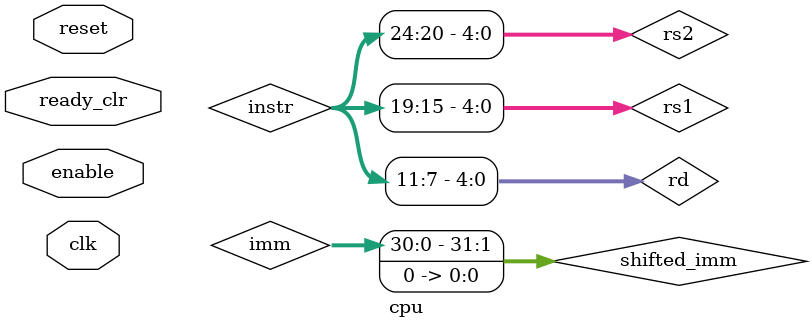
<source format=v>
module cpu
// IO ports
(
    input wire clk, reset,enable,ready_clr
);



// internal signal declaration
wire [31:0] pc_in, pc_out;
wire [31:0] instr;
wire pc_src, zero, branch;
assign pc_src = branch & zero;

wire [31:0] imm, shifted_imm;
wire [1:0] imm_sel;
assign shifted_imm = imm << 1;

wire [31:0] reg_read_data_1, reg_read_data_2, reg_write_data; 
wire [4:0] rs1, rs2, rd;
wire reg_write_en;
assign rs1 = instr[19:15];
assign rs2 = instr[24:20];
assign rd = instr[11:7];

wire AluSrc;
wire [3:0] ALUControl;
wire [31:0] ALUResult, ALUop2;
wire [1:0] ALUop;

wire MemtoReg, MemRead, MemWrite;
wire [31:0] MemData;

//body
// IF stage
assign pc_in = pc_src ? (pc_out + shifted_imm) : (pc_out + 4);
pc program_counter (.clk(clk), .reset(reset), .pc_in(pc_in), .pc_out(pc_out));
instr_mem rom (.pc(pc_out), .reset(reset), .instr(instr));

// ID stage
control_unit main_control_unit (.opcode(instr[6:0]), .ImmSel(imm_sel), .aluOP(ALUop),
                                .reg_write_en(reg_write_en), .aluSrc(AluSrc), 
                                .MemtoReg(MemtoReg), .MemRead(MemRead),
                                .MemWrite(MemWrite), .branch(branch));
register_file reg_file (.clk(clk), .reset(reset), .reg_read_addr_1(rs1),
                        .reg_read_data_1(reg_read_data_1), .reg_read_addr_2(rs2),
                        .reg_read_data_2(reg_read_data_2), .reg_write_addr(rd),
                        .reg_write_en(reg_write_en), .reg_write_data(reg_write_data));
imm_gen imm_gen (.instr(instr), .imm_sel(imm_sel), .imm(imm));

// EX stage
assign ALUop2 = AluSrc ? imm : reg_read_data_2;
alu_control alu_control_unit (.aluOP(ALUop), .funct3(instr[14:12]), .funct7(instr[30]),
                              .aluControl(ALUControl));
alu alu (.a(reg_read_data_1), .b(ALUop2), .alu_control(ALUControl), 
         .alu_result(ALUResult), .zero_flag(zero));

// MEM stage
data_memory ram (.clk(clk), .reset(reset), .addr(ALUResult), .write_data(reg_read_data_2),
                 .MemRead(MemRead), .MemWrite(MemWrite), .read_data(MemData));
// WB stage
assign reg_write_data = MemtoReg ? MemData : ALUResult;
//MemoryMappedIO
memorymapped mm(.memWrite(MemWrite),.clk(clk),.address(ALUResult),.WriteData(reg_read_data_2),.ReadData(MemData),.enable(enable)
,.ready_clr(ready_clr)
);

endmodule

</source>
